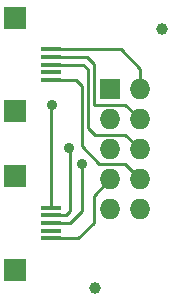
<source format=gbr>
%TF.GenerationSoftware,KiCad,Pcbnew,(6.0.1)*%
%TF.CreationDate,2022-05-28T15:37:13-04:00*%
%TF.ProjectId,PC-Case-USB,50432d43-6173-4652-9d55-53422e6b6963,X1*%
%TF.SameCoordinates,Original*%
%TF.FileFunction,Copper,L1,Top*%
%TF.FilePolarity,Positive*%
%FSLAX46Y46*%
G04 Gerber Fmt 4.6, Leading zero omitted, Abs format (unit mm)*
G04 Created by KiCad (PCBNEW (6.0.1)) date 2022-05-28 15:37:13*
%MOMM*%
%LPD*%
G01*
G04 APERTURE LIST*
%TA.AperFunction,SMDPad,CuDef*%
%ADD10C,1.000000*%
%TD*%
%TA.AperFunction,SMDPad,CuDef*%
%ADD11R,1.800000X0.400000*%
%TD*%
%TA.AperFunction,SMDPad,CuDef*%
%ADD12R,1.900000X1.900000*%
%TD*%
%TA.AperFunction,ComponentPad*%
%ADD13R,1.727200X1.727200*%
%TD*%
%TA.AperFunction,ComponentPad*%
%ADD14O,1.727200X1.727200*%
%TD*%
%TA.AperFunction,ViaPad*%
%ADD15C,0.889000*%
%TD*%
%TA.AperFunction,Conductor*%
%ADD16C,0.254000*%
%TD*%
G04 APERTURE END LIST*
D10*
%TO.P,FID1,1*%
%TO.N,N/C*%
X13800000Y-9550000D03*
%TD*%
D11*
%TO.P,J1,1*%
%TO.N,Net-(J1-Pad1)*%
X4400000Y-24700000D03*
%TO.P,J1,2*%
%TO.N,Net-(J1-Pad2)*%
X4400000Y-25350000D03*
%TO.P,J1,3*%
%TO.N,Net-(J1-Pad3)*%
X4400000Y-26000000D03*
%TO.P,J1,4*%
%TO.N,N/C*%
X4400000Y-26650000D03*
%TO.P,J1,5*%
%TO.N,Net-(J1-Pad5)*%
X4400000Y-27300000D03*
D12*
%TO.P,J1,6*%
%TO.N,N/C*%
X1375000Y-29950000D03*
%TO.P,J1,7*%
X1375000Y-22050000D03*
%TD*%
D11*
%TO.P,J2,1*%
%TO.N,Net-(J2-Pad1)*%
X4400000Y-11300000D03*
%TO.P,J2,2*%
%TO.N,Net-(J2-Pad2)*%
X4400000Y-11950000D03*
%TO.P,J2,3*%
%TO.N,Net-(J2-Pad3)*%
X4400000Y-12600000D03*
%TO.P,J2,4*%
%TO.N,N/C*%
X4400000Y-13250000D03*
%TO.P,J2,5*%
%TO.N,Net-(J2-Pad5)*%
X4400000Y-13900000D03*
D12*
%TO.P,J2,6*%
%TO.N,N/C*%
X1375000Y-16550000D03*
%TO.P,J2,7*%
X1375000Y-8650000D03*
%TD*%
D10*
%TO.P,FID2,1*%
%TO.N,N/C*%
X8150000Y-31500000D03*
%TD*%
D13*
%TO.P,J3,1*%
%TO.N,Net-(J1-Pad1)*%
X9400000Y-14700000D03*
D14*
%TO.P,J3,2*%
%TO.N,Net-(J2-Pad1)*%
X11940000Y-14700000D03*
%TO.P,J3,3*%
%TO.N,Net-(J1-Pad2)*%
X9400000Y-17240000D03*
%TO.P,J3,4*%
%TO.N,Net-(J2-Pad2)*%
X11940000Y-17240000D03*
%TO.P,J3,5*%
%TO.N,Net-(J1-Pad3)*%
X9400000Y-19780000D03*
%TO.P,J3,6*%
%TO.N,Net-(J2-Pad3)*%
X11940000Y-19780000D03*
%TO.P,J3,7*%
%TO.N,Net-(J1-Pad5)*%
X9400000Y-22320000D03*
%TO.P,J3,8*%
%TO.N,Net-(J2-Pad5)*%
X11940000Y-22320000D03*
%TO.P,J3,9*%
%TO.N,N/C*%
X9400000Y-24860000D03*
%TO.P,J3,10*%
X11940000Y-24860000D03*
%TD*%
D15*
%TO.N,Net-(J1-Pad1)*%
X4500000Y-16000000D03*
%TO.N,Net-(J1-Pad2)*%
X5950000Y-19650000D03*
%TO.N,Net-(J1-Pad3)*%
X7000000Y-21000000D03*
%TD*%
D16*
%TO.N,Net-(J1-Pad1)*%
X4400000Y-16100000D02*
X4500000Y-16000000D01*
X4400000Y-24700000D02*
X4400000Y-16100000D01*
%TO.N,Net-(J1-Pad2)*%
X5650000Y-25350000D02*
X6000000Y-25000000D01*
X6000000Y-25000000D02*
X6000000Y-24150000D01*
X6000000Y-19700000D02*
X5950000Y-19650000D01*
X4400000Y-25350000D02*
X5650000Y-25350000D01*
X6000000Y-24150000D02*
X6000000Y-22050000D01*
X6000000Y-22050000D02*
X6000000Y-19700000D01*
%TO.N,Net-(J1-Pad3)*%
X6000000Y-26000000D02*
X7000000Y-25000000D01*
X7000000Y-25000000D02*
X7000000Y-21000000D01*
X4400000Y-26000000D02*
X6000000Y-26000000D01*
%TO.N,Net-(J1-Pad5)*%
X6700000Y-27300000D02*
X8000000Y-26000000D01*
X8000000Y-26000000D02*
X8000000Y-23720000D01*
X8000000Y-23720000D02*
X9400000Y-22320000D01*
X4400000Y-27300000D02*
X6700000Y-27300000D01*
%TO.N,Net-(J2-Pad1)*%
X10284000Y-11300000D02*
X11940000Y-12956000D01*
X11940000Y-12956000D02*
X11940000Y-14700000D01*
X4400000Y-11300000D02*
X10284000Y-11300000D01*
%TO.N,Net-(J2-Pad2)*%
X7450000Y-11950000D02*
X8000000Y-12500000D01*
X8000000Y-12500000D02*
X8000000Y-16002000D01*
X8000000Y-16002000D02*
X8002000Y-16000000D01*
X8002000Y-16000000D02*
X10700000Y-16000000D01*
X10700000Y-16000000D02*
X11940000Y-17240000D01*
X4400000Y-11950000D02*
X7450000Y-11950000D01*
%TO.N,Net-(J2-Pad3)*%
X8128000Y-18542000D02*
X10702000Y-18542000D01*
X10702000Y-18542000D02*
X11940000Y-19780000D01*
X7142798Y-12600000D02*
X7542798Y-13000000D01*
X7542798Y-13000000D02*
X7542798Y-17956798D01*
X7542798Y-17956798D02*
X8128000Y-18542000D01*
X4400000Y-12600000D02*
X7142798Y-12600000D01*
%TO.N,Net-(J2-Pad5)*%
X10620000Y-21000000D02*
X11940000Y-22320000D01*
X6485596Y-13900000D02*
X7000000Y-14414404D01*
X7000000Y-14414404D02*
X7000000Y-19500000D01*
X7000000Y-19500000D02*
X8500000Y-21000000D01*
X8500000Y-21000000D02*
X10620000Y-21000000D01*
X4400000Y-13900000D02*
X6485596Y-13900000D01*
%TD*%
M02*

</source>
